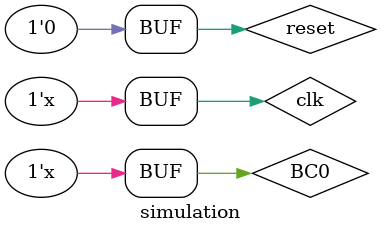
<source format=v>
`timescale 1ns / 1ps 


module simulation( );
    
    //------------ PARAMETERS TO SET --------------------
    parameter USER = "/home/mzientek/firmware/TrackletProject/TestBench/";
    // Parameters for Inputs
    parameter INPUT_TYPE1     = "StubsByLayer";
    parameter NUM_INPUT_TYPE1 = 3;
    parameter INPUT_SIZE1     = 36;
    parameter INPUT_TYPE2     = "CustomIn";
    parameter NUM_INPUT_TYPE2 = 3;
    parameter INPUT_SIZE2     = 36;
    // Parameters for Outputs
    parameter OUTPUT_TYPE1    = "AllStubs";
    parameter OUTPUT_NUM1     = 3;
    parameter OUTPUT_SIZE1    = 36;
    parameter OUTPUT_TYPE2    = "CustomOut";
    parameter OUTPUT_NUM2     = 3;
    parameter OUTPUT_SIZE2    = 36;
    // Parameter for which UUT wanted (only Custom_UUT is defined currently)
    parameter NAME_UUT        = "Custom_UUT";
    //---------------------------------------------------
    //---------------------------------------------------
    // Allowed Input/Output "TYPES" :
    //      CustomIn   -- EXAMPLE MEMORY IN very similar to StubsByLayer
    //      CustomOut  -- EXAMPLE MEMORY OUT
    //      StubsByLayer
    //      AllStubs   -- NOTE: Additional input: read_add_MC, output: data_out_MC
    //      VMStubs
    //      StubPairs
    //      TrackletParameters
    //      TrackletProjections
    //      VMProjections
    //      AllProj
    //      CandidateMatch
    //      FullMatch
    //      TrackFit   -- NOTE: Additional output: index_out
    //      CleanTrack -- NOTE: Not actually a mem (don't use it for input)
    //---------------------------------------------------
    //---------------------------------------------------
    // NOTES: 
    // 1) If you want to use any of the additional inputs/outputs mentioned, you will have to add them to tracklet_processing
    // 2) "SIZE" variables should match the sizes of the memories. I.e. StubsByLayer requires 36 bits, so put param INPUT_SIZE1 = 36.   
    //    The size will not overwrite the size in the memories that are carried over from the main project
    //---------------------------------------------------
    
    
    // Inputs
    reg clk;
    reg BC0;
    reg reset;
    
    // Default setup: 
    // -- 3 inputs w/ size INPUT_SIZE1   
    // -- 3 inputs w/ size INPUT_SIZE2 
    wire [INPUT_SIZE1-1:0] input1_1;
    wire [INPUT_SIZE1-1:0] input1_2;
    wire [INPUT_SIZE1-1:0] input1_3;
    wire [INPUT_SIZE2-1:0] input2_1;
    wire [INPUT_SIZE2-1:0] input2_2;
    wire [INPUT_SIZE2-1:0] input2_3;

    //---------------------------------------------------
    // Initialize inputs
    //---------------------------------------------------

    initial begin
        reset = 0;
        clk   = 1;
        BC0   = 0;
        #100; // wait 100ns for global reset to finish
    end
    
    initial begin
        reset = 0;
        clk   = 1;
        BC0   = 0;
        #100; // wait 100ns for global reset to finish
    end
    
    //---------------------------------------------------    
    // Add stimulus here
    //---------------------------------------------------

    always begin // make clock
        #2.5 clk = ~clk; // 250 MHz
    end
    
    always begin // orbit clock
        #106920 BC0 = ~BC0; // Fake orbit clock: 3564*6 (clk) * 5 ns/clk
        #2.5 BC0 = ~BC0;
    end

    always begin // reset
        #110
        reset = 1'b1;
        #10 
        reset = 1'b0;
    end
    
    //---------------------------------------------------
    // Get Inputs from text files
    //---------------------------------------------------
    input_sim #(INPUT_SIZE1,INPUT_SIZE2,{USER,"InFiles/"}) simulate_inputs(
        .clk(clk),
        .reset(reset),
        .BC0(BC0),
        .input_1_1(input1_1),
        .input_1_2(input1_2),
        .input_1_3(input1_3),
        .input_2_1(input2_1),
        .input_2_2(input2_2),
        .input_2_3(input2_3)
    );

    //---------------------------------------------------
    // Run main processing
    //---------------------------------------------------  
    top_process #(INPUT_TYPE1,INPUT_SIZE1,INPUT_TYPE2,INPUT_SIZE2,OUTPUT_TYPE1,OUTPUT_SIZE1,OUTPUT_TYPE2,OUTPUT_SIZE2,OUTPUT_NUM1,OUTPUT_NUM2,NAME_UUT) 
    top_process(    
        .proc_clk(clk),
        .io_clk(clk),
        .reset(BC0),
        .input1_1(input1_1),
        .input1_2(input1_2),
        .input1_3(input1_3),
        .input2_1(input2_1),
        .input2_2(input2_2),
        .input2_3(input2_3)
    );
    
    //---------------------------------------------------
    // Write outputs to text files
    //---------------------------------------------------    
    genvar n1,n2;
    generate
        for (n1=0; n1 < OUTPUT_NUM1; n1 = n1 + 1) begin
            output_sim #(n1+1,1,OUTPUT_TYPE1,{USER,"OutFiles/"}) simulate_outputs(
                .clk(clk),
                .reset(reset),
                .BC0(BC0)
            );
        end
    endgenerate
    generate
        for (n2=0; n2 < OUTPUT_NUM2; n2 = n2 + 1) begin
            output_sim #(n2+1,2,OUTPUT_TYPE2,{USER,"OutFiles/"}) simulate_outputs(
                .clk(clk),
                .reset(reset),
                .BC0(BC0)
            );
        end
    endgenerate    

endmodule
</source>
